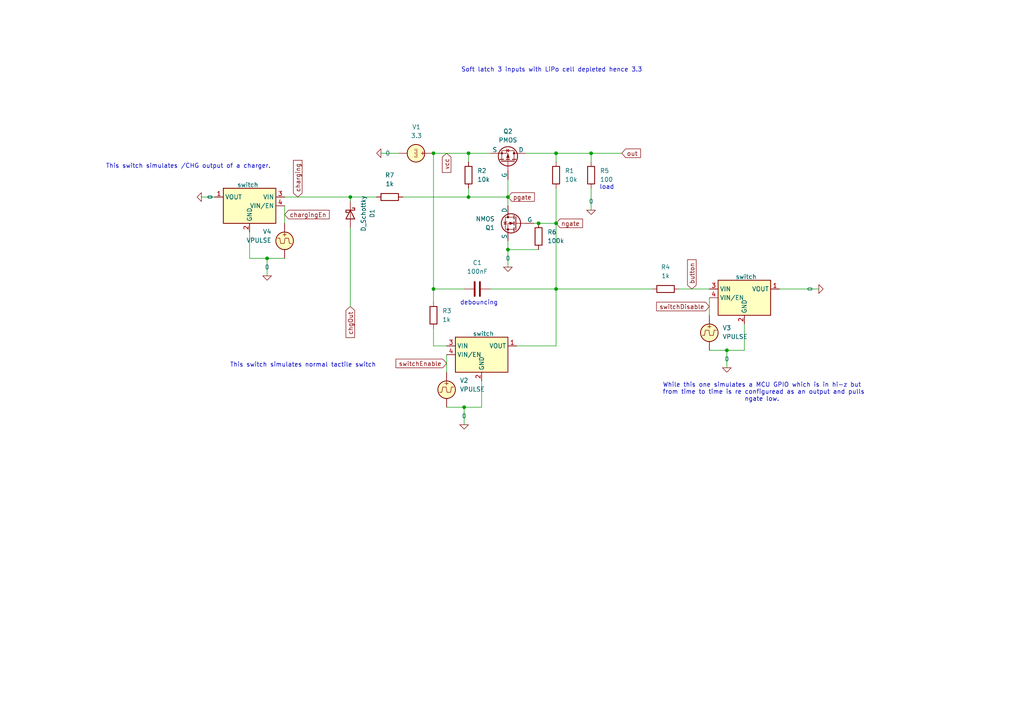
<source format=kicad_sch>
(kicad_sch (version 20230819) (generator eeschema)
  (paper "A4")
  (lib_symbols
    (symbol "Device:C" (pin_numbers hide) (pin_names (offset 0.254))
      (property "Reference" "C" (at 0.635 2.54 0))
      (property "Value" "C" (at 0.635 -2.54 0))
      (symbol "C_0_1"
        (polyline (pts (xy -2.032 -0.762) (xy 2.032 -0.762)) (stroke (width 0.508)))
        (polyline (pts (xy -2.032 0.762) (xy 2.032 0.762)) (stroke (width 0.508)))
      )
      (symbol "C_1_1"
        (pin passive line (at 0 3.81 270) (length 2.794) (name "~") (number "1"))
        (pin passive line (at 0 -3.81 90) (length 2.794) (name "~") (number "2"))
      )
    )
    (symbol "Device:D_Schottky" (pin_numbers hide) (pin_names (offset 1.016) hide)
      (property "Reference" "D" (at 0 2.54 0))
      (property "Value" "D_Schottky" (at 0 -2.54 0))
      (symbol "D_Schottky_0_1"
        (polyline (pts (xy 1.27 0) (xy -1.27 0)))
        (polyline (pts (xy 1.27 1.27) (xy 1.27 -1.27) (xy -1.27 0) (xy 1.27 1.27)) (stroke (width 0.254)))
        (polyline (pts (xy -1.905 0.635) (xy -1.905 1.27) (xy -1.27 1.27) (xy -1.27 -1.27) (xy -0.635 -1.27) (xy -0.635 -0.635)) (stroke (width 0.254)))
      )
      (symbol "D_Schottky_1_1"
        (pin passive line (at -3.81 0 0) (length 2.54) (name "K") (number "1"))
        (pin passive line (at 3.81 0 180) (length 2.54) (name "A") (number "2"))
      )
    )
    (symbol "Device:R" (pin_numbers hide) (pin_names (offset 0))
      (property "Reference" "R" (at 2.032 0 90))
      (property "Value" "R" (at 0 0 90))
      (symbol "R_0_1"
        (rectangle (start -1.016 -2.54) (end 1.016 2.54) (stroke (width 0.254)))
      )
      (symbol "R_1_1"
        (pin passive line (at 0 3.81 270) (length 1.27) (name "~") (number "1"))
        (pin passive line (at 0 -3.81 90) (length 1.27) (name "~") (number "2"))
      )
    )
    (symbol "Power_Management:RT9701"
      (property "Reference" "U" (at 0 6.35 0))
      (property "Value" "RT9701" (at 5.08 -6.35 0))
      (symbol "RT9701_0_1"
        (rectangle (start -7.62 5.08) (end 7.62 -5.08) (stroke (width 0.254)) (fill (type background)))
      )
      (symbol "RT9701_1_1"
        (pin power_out line (at 10.16 2.54 180) (length 2.54) (name "VOUT") (number "1"))
        (pin power_in line (at 0 -7.62 90) (length 2.54) (name "GND") (number "2"))
        (pin power_in line (at -10.16 2.54 0) (length 2.54) (name "VIN") (number "3"))
        (pin input line (at -10.16 0 0) (length 2.54) (name "VIN/EN") (number "4"))
        (pin passive line (at 10.16 2.54 180) (length 2.54) hide (name "VOUT") (number "5"))
      )
    )
    (symbol "Simulation_SPICE:0" (power) (pin_names (offset 0))
      (property "Value" "0" (at 0 -1.778 0))
      (symbol "0_0_1"
        (polyline (pts (xy -1.27 0) (xy 0 -1.27) (xy 1.27 0) (xy -1.27 0)))
      )
      (symbol "0_1_1"
        (pin power_in line (at 0 0 0) (length 0) hide (name "0") (number "1"))
      )
    )
    (symbol "Simulation_SPICE:NMOS" (pin_numbers hide) (pin_names (offset 0))
      (property "Reference" "Q" (at 5.08 1.27 0))
      (property "Value" "NMOS" (at 5.08 -1.27 0))
      (symbol "NMOS_0_1"
        (polyline (pts (xy 0.254 0) (xy -2.54 0)))
        (polyline (pts (xy 0.254 1.905) (xy 0.254 -1.905)) (stroke (width 0.254)))
        (polyline (pts (xy 0.762 -1.27) (xy 0.762 -2.286)) (stroke (width 0.254)))
        (polyline (pts (xy 0.762 0.508) (xy 0.762 -0.508)) (stroke (width 0.254)))
        (polyline (pts (xy 0.762 2.286) (xy 0.762 1.27)) (stroke (width 0.254)))
        (polyline (pts (xy 2.54 2.54) (xy 2.54 1.778)))
        (polyline (pts (xy 2.54 -2.54) (xy 2.54 0) (xy 0.762 0)))
        (polyline (pts (xy 0.762 -1.778) (xy 3.302 -1.778) (xy 3.302 1.778) (xy 0.762 1.778)))
        (polyline (pts (xy 1.016 0) (xy 2.032 0.381) (xy 2.032 -0.381) (xy 1.016 0)) (fill (type outline)))
        (polyline (pts (xy 2.794 0.508) (xy 2.921 0.381) (xy 3.683 0.381) (xy 3.81 0.254)))
        (polyline (pts (xy 3.302 0.381) (xy 2.921 -0.254) (xy 3.683 -0.254) (xy 3.302 0.381)))
        (circle (center 1.651 0) (radius 2.794) (stroke (width 0.254)))
        (circle (center 2.54 -1.778) (radius 0.254) (fill (type outline)))
        (circle (center 2.54 1.778) (radius 0.254) (fill (type outline)))
      )
      (symbol "NMOS_1_1"
        (pin passive line (at 2.54 5.08 270) (length 2.54) (name "D") (number "1"))
        (pin input line (at -5.08 0 0) (length 2.54) (name "G") (number "2"))
        (pin passive line (at 2.54 -5.08 90) (length 2.54) (name "S") (number "3"))
      )
    )
    (symbol "Simulation_SPICE:PMOS" (pin_numbers hide) (pin_names (offset 0))
      (property "Reference" "Q" (at 5.08 1.27 0))
      (property "Value" "PMOS" (at 5.08 -1.27 0))
      (symbol "PMOS_0_1"
        (polyline (pts (xy 0.254 0) (xy -2.54 0)))
        (polyline (pts (xy 0.254 1.905) (xy 0.254 -1.905)) (stroke (width 0.254)))
        (polyline (pts (xy 0.762 -1.27) (xy 0.762 -2.286)) (stroke (width 0.254)))
        (polyline (pts (xy 0.762 0.508) (xy 0.762 -0.508)) (stroke (width 0.254)))
        (polyline (pts (xy 0.762 2.286) (xy 0.762 1.27)) (stroke (width 0.254)))
        (polyline (pts (xy 2.54 2.54) (xy 2.54 1.778)))
        (polyline (pts (xy 2.54 -2.54) (xy 2.54 0) (xy 0.762 0)))
        (polyline (pts (xy 0.762 1.778) (xy 3.302 1.778) (xy 3.302 -1.778) (xy 0.762 -1.778)))
        (polyline (pts (xy 2.286 0) (xy 1.27 0.381) (xy 1.27 -0.381) (xy 2.286 0)) (fill (type outline)))
        (polyline (pts (xy 2.794 -0.508) (xy 2.921 -0.381) (xy 3.683 -0.381) (xy 3.81 -0.254)))
        (polyline (pts (xy 3.302 -0.381) (xy 2.921 0.254) (xy 3.683 0.254) (xy 3.302 -0.381)))
        (circle (center 1.651 0) (radius 2.794) (stroke (width 0.254)))
        (circle (center 2.54 -1.778) (radius 0.254) (fill (type outline)))
        (circle (center 2.54 1.778) (radius 0.254) (fill (type outline)))
      )
      (symbol "PMOS_1_1"
        (pin passive line (at 2.54 5.08 270) (length 2.54) (name "D") (number "1"))
        (pin input line (at -5.08 0 0) (length 2.54) (name "G") (number "2"))
        (pin passive line (at 2.54 -5.08 90) (length 2.54) (name "S") (number "3"))
      )
    )
    (symbol "Simulation_SPICE:VDC" (pin_numbers hide) (pin_names (offset 0.0254))
      (property "Reference" "V" (at 2.54 2.54 0))
      (property "Value" "1" (at 2.54 0 0))
      (symbol "VDC_0_0"
        (polyline (pts (xy -1.27 0.254) (xy 1.27 0.254)))
        (polyline (pts (xy -0.762 -0.254) (xy -1.27 -0.254)))
        (polyline (pts (xy 0.254 -0.254) (xy -0.254 -0.254)))
        (polyline (pts (xy 1.27 -0.254) (xy 0.762 -0.254)))
        (text "+" (at 0 1.905 0) (effects (font (size 1.27 1.27))))
      )
      (symbol "VDC_0_1"
        (circle (center 0 0) (radius 2.54) (stroke (width 0.254)) (fill (type background)))
      )
      (symbol "VDC_1_1"
        (pin passive line (at 0 5.08 270) (length 2.54) (name "~") (number "1"))
        (pin passive line (at 0 -5.08 90) (length 2.54) (name "~") (number "2"))
      )
    )
    (symbol "Simulation_SPICE:VPULSE" (pin_numbers hide) (pin_names (offset 0.0254))
      (property "Reference" "V" (at 2.54 2.54 0))
      (property "Value" "VPULSE" (at 2.54 0 0))
      (property "Sim.Params" "y1=0 y2=1 td=2n tr=2n tf=2n tw=50n per=100n" (at 2.54 -2.54 0))
      (symbol "VPULSE_0_0"
        (polyline (pts (xy -2.032 -0.762) (xy -1.397 -0.762) (xy -1.143 0.762) (xy -0.127 0.762) (xy 0.127 -0.762) (xy 1.143 -0.762) (xy 1.397 0.762) (xy 2.032 0.762)))
        (text "+" (at 0 1.905 0) (effects (font (size 1.27 1.27))))
      )
      (symbol "VPULSE_0_1"
        (circle (center 0 0) (radius 2.54) (stroke (width 0.254)) (fill (type background)))
      )
      (symbol "VPULSE_1_1"
        (pin passive line (at 0 5.08 270) (length 2.54) (name "~") (number "1"))
        (pin passive line (at 0 -5.08 90) (length 2.54) (name "~") (number "2"))
      )
    )
  )
  (junction (at 171.45 44.45))
  (junction (at 210.82 101.6))
  (junction (at 125.73 83.82))
  (junction (at 125.73 44.45))
  (junction (at 134.62 118.11))
  (junction (at 135.89 57.15))
  (junction (at 156.21 64.77))
  (junction (at 135.89 44.45))
  (junction (at 101.6 57.15))
  (junction (at 161.29 64.77))
  (junction (at 147.32 72.39))
  (junction (at 77.47 74.93))
  (junction (at 161.29 44.45))
  (junction (at 161.29 83.82))
  (junction (at 147.32 57.15))
  (wire (pts (xy 161.29 64.77) (xy 161.29 83.82)))
  (wire (pts (xy 72.39 74.93) (xy 72.39 67.31)))
  (wire (pts (xy 135.89 57.15) (xy 147.32 57.15)))
  (wire (pts (xy 125.73 100.33) (xy 129.54 100.33)))
  (wire (pts (xy 135.89 46.99) (xy 135.89 44.45)))
  (wire (pts (xy 156.21 64.77) (xy 161.29 64.77)))
  (wire (pts (xy 82.55 57.15) (xy 101.6 57.15)))
  (wire (pts (xy 82.55 74.93) (xy 77.47 74.93)))
  (wire (pts (xy 125.73 83.82) (xy 134.62 83.82)))
  (wire (pts (xy 147.32 72.39) (xy 156.21 72.39)))
  (wire (pts (xy 134.62 123.19) (xy 134.62 118.11)))
  (wire (pts (xy 161.29 44.45) (xy 171.45 44.45)))
  (wire (pts (xy 129.54 118.11) (xy 134.62 118.11)))
  (wire (pts (xy 125.73 44.45) (xy 125.73 83.82)))
  (wire (pts (xy 171.45 46.99) (xy 171.45 44.45)))
  (wire (pts (xy 171.45 54.61) (xy 171.45 60.96)))
  (wire (pts (xy 82.55 59.69) (xy 82.55 64.77)))
  (wire (pts (xy 161.29 100.33) (xy 149.86 100.33)))
  (wire (pts (xy 205.74 86.36) (xy 205.74 91.44)))
  (wire (pts (xy 196.85 83.82) (xy 205.74 83.82)))
  (wire (pts (xy 161.29 83.82) (xy 189.23 83.82)))
  (wire (pts (xy 147.32 52.07) (xy 147.32 57.15)))
  (wire (pts (xy 161.29 46.99) (xy 161.29 44.45)))
  (wire (pts (xy 147.32 77.47) (xy 147.32 72.39)))
  (wire (pts (xy 142.24 83.82) (xy 161.29 83.82)))
  (wire (pts (xy 237.49 83.82) (xy 226.06 83.82)))
  (wire (pts (xy 161.29 54.61) (xy 161.29 64.77)))
  (wire (pts (xy 154.94 64.77) (xy 156.21 64.77)))
  (wire (pts (xy 152.4 44.45) (xy 161.29 44.45)))
  (wire (pts (xy 110.49 44.45) (xy 115.57 44.45)))
  (wire (pts (xy 77.47 80.01) (xy 77.47 74.93)))
  (wire (pts (xy 205.74 101.6) (xy 210.82 101.6)))
  (wire (pts (xy 135.89 57.15) (xy 135.89 54.61)))
  (wire (pts (xy 210.82 106.68) (xy 210.82 101.6)))
  (wire (pts (xy 139.7 118.11) (xy 139.7 110.49)))
  (wire (pts (xy 101.6 88.9) (xy 101.6 66.04)))
  (wire (pts (xy 134.62 118.11) (xy 139.7 118.11)))
  (wire (pts (xy 125.73 83.82) (xy 125.73 87.63)))
  (wire (pts (xy 147.32 72.39) (xy 147.32 69.85)))
  (wire (pts (xy 161.29 83.82) (xy 161.29 100.33)))
  (wire (pts (xy 210.82 101.6) (xy 215.9 101.6)))
  (wire (pts (xy 116.84 57.15) (xy 135.89 57.15)))
  (wire (pts (xy 147.32 57.15) (xy 147.32 59.69)))
  (wire (pts (xy 125.73 44.45) (xy 135.89 44.45)))
  (wire (pts (xy 77.47 74.93) (xy 72.39 74.93)))
  (wire (pts (xy 101.6 58.42) (xy 101.6 57.15)))
  (wire (pts (xy 58.42 57.15) (xy 62.23 57.15)))
  (wire (pts (xy 135.89 44.45) (xy 142.24 44.45)))
  (wire (pts (xy 171.45 44.45) (xy 180.34 44.45)))
  (wire (pts (xy 101.6 57.15) (xy 109.22 57.15)))
  (wire (pts (xy 215.9 101.6) (xy 215.9 93.98)))
  (wire (pts (xy 125.73 95.25) (xy 125.73 100.33)))
  (wire (pts (xy 129.54 107.95) (xy 129.54 102.87)))
  (text "load" (at 176.022 54.356 0) (effects (font (size 1.27 1.27))))
  (text "debouncing" (at 138.938 87.884 0) (effects (font (size 1.27 1.27))))
  (text "Soft latch 3 inputs with LiPo cell depleted hence 3.3" (at 160.02 20.32 0) (effects (font (size 1.27 1.27))))
  (text "This switch simulates normal tactile switch" (at 87.884 105.918 0) (effects (font (size 1.27 1.27))))
  (text "While this one simulates a MCU GPIO which is in hi-z but \nfrom time to time is re configuread as an output and pulls\nngate low. " (at 221.488 113.792 0) (effects (font (size 1.27 1.27))))
  (text "This switch simulates /CHG output of a charger." (at 54.61 48.26 0) (effects (font (size 1.27 1.27))))
  (global_label "pgate" (shape input) (at 147.32 57.15 0) (property "Intersheetrefs" "${INTERSHEET_REFS}" (effects hide)))
  (global_label "vcc" (shape input) (at 129.54 44.45 270) (property "Intersheetrefs" "${INTERSHEET_REFS}" (effects hide)))
  (global_label "out" (shape input) (at 180.34 44.45 0) (property "Intersheetrefs" "${INTERSHEET_REFS}" (effects hide)))
  (global_label "button" (shape input) (at 200.66 83.82 90) (property "Intersheetrefs" "${INTERSHEET_REFS}" (effects hide)))
  (global_label "chargingEn" (shape input) (at 82.55 62.23 0) (property "Intersheetrefs" "${INTERSHEET_REFS}" (effects hide)))
  (global_label "chgOut" (shape input) (at 101.6 88.9 270) (property "Intersheetrefs" "${INTERSHEET_REFS}" (effects hide)))
  (global_label "ngate" (shape input) (at 161.29 64.77 0) (property "Intersheetrefs" "${INTERSHEET_REFS}" (effects hide)))
  (global_label "switchEnable" (shape input) (at 129.54 105.41 180) (property "Intersheetrefs" "${INTERSHEET_REFS}" (effects hide)))
  (global_label "charging" (shape input) (at 86.36 57.15 90) (property "Intersheetrefs" "${INTERSHEET_REFS}" (effects hide)))
  (global_label "switchDisable" (shape input) (at 205.74 88.9 180) (property "Intersheetrefs" "${INTERSHEET_REFS}" (effects hide)))
  (symbol (lib_id "Simulation_SPICE:NMOS") (at 149.86 64.77 0) (mirror y) (unit 1)
    (property "Reference" "Q1" (at 143.51 66.0401 0) (effects (justify left)))
    (property "Value" "NMOS" (at 143.51 63.5001 0) (effects (justify left)))
    (property "Datasheet" "https://ngspice.sourceforge.io/docs/ngspice-manual.pdf" (effects hide))
    (property "Description" "N-MOSFET transistor, drain/source/gate" (effects hide))
    (property "Sim.Device" "NMOS" (effects hide))
    (property "Sim.Type" "VDMOS" (effects hide))
    (property "Sim.Pins" "1=D 2=G 3=S" (effects hide))
  )
  (symbol (lib_id "Device:R") (at 171.45 50.8 0) (unit 1)
    (property "Reference" "R5" (at 173.99 49.5299 0) (effects (justify left)))
    (property "Value" "100" (at 173.99 52.0699 0) (effects (justify left)))
    (property "Description" "Resistor" (effects hide))
  )
  (symbol (lib_id "Simulation_SPICE:0") (at 110.49 44.45 270) (unit 1)
    (property "Reference" "#GND01" (effects hide))
    (property "Value" "0" (at 111.76 44.4499 90) (effects (justify left)))
    (property "Description" "0V reference potential for simulation" (effects hide))
  )
  (symbol (lib_id "Power_Management:RT9701") (at 72.39 59.69 0) (mirror y) (unit 1)
    (property "Reference" "U3" (effects hide))
    (property "Value" "switch" (at 71.882 53.594 0))
    (property "Sim.Device" "SW" (effects hide))
    (property "Sim.Type" "V" (effects hide))
    (property "Sim.Pins" "1=no- 2=ctrl- 3=no+ 4=ctrl+" (effects hide))
    (property "Sim.Params" "thr=1 his=0 ron=1 roff=1e+12 ic=off" (effects hide))
  )
  (symbol (lib_id "Device:R") (at 161.29 50.8 0) (unit 1)
    (property "Reference" "R1" (at 163.83 49.5299 0) (effects (justify left)))
    (property "Value" "10k" (at 163.83 52.0699 0) (effects (justify left)))
    (property "Description" "Resistor" (effects hide))
  )
  (symbol (lib_id "Simulation_SPICE:0") (at 171.45 60.96 0) (unit 1)
    (property "Reference" "#GND05" (effects hide))
    (property "Value" "0" (at 171.45 58.42 0))
    (property "Description" "0V reference potential for simulation" (effects hide))
  )
  (symbol (lib_id "Power_Management:RT9701") (at 215.9 86.36 0) (unit 1)
    (property "Reference" "U2" (effects hide))
    (property "Value" "switch" (at 216.408 80.264 0))
    (property "Sim.Device" "SW" (effects hide))
    (property "Sim.Type" "V" (effects hide))
    (property "Sim.Pins" "1=no- 2=ctrl- 3=no+ 4=ctrl+" (effects hide))
    (property "Sim.Params" "thr=1 his=0 ron=1 roff=1e+12 ic=off" (effects hide))
  )
  (symbol (lib_id "Simulation_SPICE:0") (at 58.42 57.15 270) (mirror x) (unit 1)
    (property "Reference" "#GND09" (effects hide))
    (property "Value" "0" (at 60.96 57.15 0))
    (property "Description" "0V reference potential for simulation" (effects hide))
  )
  (symbol (lib_id "Simulation_SPICE:VDC") (at 120.65 44.45 270) (unit 1)
    (property "Reference" "V1" (at 120.7798 36.83 90))
    (property "Value" "3.3" (at 120.7798 39.37 90))
    (property "Description" "Voltage source, DC" (effects hide))
    (property "Sim.Pins" "1=+ 2=-" (effects hide))
    (property "Sim.Type" "DC" (effects hide))
    (property "Sim.Device" "V" (effects hide))
  )
  (symbol (lib_id "Simulation_SPICE:VPULSE") (at 82.55 69.85 0) (mirror y) (unit 1)
    (property "Reference" "V4" (at 78.74 67.1801 0) (effects (justify left)))
    (property "Value" "VPULSE" (at 78.74 69.7201 0) (effects (justify left)))
    (property "Description" "Voltage source, pulse" (effects hide))
    (property "Sim.Pins" "1=+ 2=-" (effects hide))
    (property "Sim.Type" "PULSE" (effects hide))
    (property "Sim.Device" "V" (effects hide))
    (property "Sim.Params" "y1=0 y2=3.3 td=3s tr=2ms tf=2ms tw=100ms per=4s" (effects hide))
  )
  (symbol (lib_id "Simulation_SPICE:0") (at 134.62 123.19 0) (unit 1)
    (property "Reference" "#GND04" (effects hide))
    (property "Value" "0" (at 134.62 120.65 0))
    (property "Description" "0V reference potential for simulation" (effects hide))
  )
  (symbol (lib_id "Simulation_SPICE:0") (at 210.82 106.68 0) (unit 1)
    (property "Reference" "#GND06" (effects hide))
    (property "Value" "0" (at 210.82 104.14 0))
    (property "Description" "0V reference potential for simulation" (effects hide))
  )
  (symbol (lib_id "Simulation_SPICE:0") (at 147.32 77.47 0) (unit 1)
    (property "Reference" "#GND02" (effects hide))
    (property "Value" "0" (at 147.32 74.93 0))
    (property "Description" "0V reference potential for simulation" (effects hide))
  )
  (symbol (lib_id "Simulation_SPICE:VPULSE") (at 205.74 96.52 0) (unit 1)
    (property "Reference" "V3" (at 209.55 95.1201 0) (effects (justify left)))
    (property "Value" "VPULSE" (at 209.55 97.6601 0) (effects (justify left)))
    (property "Description" "Voltage source, pulse" (effects hide))
    (property "Sim.Pins" "1=+ 2=-" (effects hide))
    (property "Sim.Type" "PULSE" (effects hide))
    (property "Sim.Device" "V" (effects hide))
    (property "Sim.Params" "y1=0 y2=3.3 td=2s tr=2ms tf=2ms tw=100ms per=2s" (effects hide))
  )
  (symbol (lib_id "Device:R") (at 156.21 68.58 0) (unit 1)
    (property "Reference" "R6" (at 158.75 67.3099 0) (effects (justify left)))
    (property "Value" "100k" (at 158.75 69.8499 0) (effects (justify left)))
    (property "Description" "Resistor" (effects hide))
  )
  (symbol (lib_id "Device:R") (at 125.73 91.44 0) (unit 1)
    (property "Reference" "R3" (at 128.27 90.1699 0) (effects (justify left)))
    (property "Value" "1k" (at 128.27 92.7099 0) (effects (justify left)))
    (property "Description" "Resistor" (effects hide))
  )
  (symbol (lib_id "Power_Management:RT9701") (at 139.7 102.87 0) (unit 1)
    (property "Reference" "U1" (effects hide))
    (property "Value" "switch" (at 140.208 96.774 0))
    (property "Sim.Device" "SW" (effects hide))
    (property "Sim.Type" "V" (effects hide))
    (property "Sim.Pins" "1=no- 2=ctrl- 3=no+ 4=ctrl+" (effects hide))
    (property "Sim.Params" "thr=1 his=0 ron=1 roff=1e+12 ic=off" (effects hide))
  )
  (symbol (lib_id "Device:R") (at 193.04 83.82 90) (unit 1)
    (property "Reference" "R4" (at 193.04 77.47 90))
    (property "Value" "1k" (at 193.04 80.01 90))
    (property "Description" "Resistor" (effects hide))
  )
  (symbol (lib_id "Simulation_SPICE:0") (at 237.49 83.82 90) (unit 1)
    (property "Reference" "#GND03" (effects hide))
    (property "Value" "0" (at 234.95 83.82 0))
    (property "Description" "0V reference potential for simulation" (effects hide))
  )
  (symbol (lib_id "Device:R") (at 113.03 57.15 90) (unit 1)
    (property "Reference" "R7" (at 113.03 50.8 90))
    (property "Value" "1k" (at 113.03 53.34 90))
    (property "Description" "Resistor" (effects hide))
  )
  (symbol (lib_id "Simulation_SPICE:0") (at 77.47 80.01 0) (mirror y) (unit 1)
    (property "Reference" "#GND08" (effects hide))
    (property "Value" "0" (at 77.47 77.47 0))
    (property "Description" "0V reference potential for simulation" (effects hide))
  )
  (symbol (lib_id "Device:C") (at 138.43 83.82 90) (unit 1)
    (property "Reference" "C1" (at 138.43 76.2 90))
    (property "Value" "100nF" (at 138.43 78.74 90))
    (property "Description" "Unpolarized capacitor" (effects hide))
  )
  (symbol (lib_id "Device:D_Schottky") (at 101.6 62.23 270) (unit 1)
    (property "Reference" "D1" (at 107.95 61.9125 0))
    (property "Value" "D_Schottky" (at 105.41 61.9125 0))
    (property "Description" "Schottky diode" (effects hide))
    (property "Sim.Library" "1N5817.spice" (effects hide))
    (property "Sim.Name" "1N5817" (effects hide))
    (property "Sim.Device" "D" (effects hide))
    (property "Sim.Pins" "1=K 2=A" (effects hide))
  )
  (symbol (lib_id "Device:R") (at 135.89 50.8 0) (unit 1)
    (property "Reference" "R2" (at 138.43 49.5299 0) (effects (justify left)))
    (property "Value" "10k" (at 138.43 52.0699 0) (effects (justify left)))
    (property "Description" "Resistor" (effects hide))
  )
  (symbol (lib_id "Simulation_SPICE:VPULSE") (at 129.54 113.03 0) (unit 1)
    (property "Reference" "V2" (at 133.35 110.3601 0) (effects (justify left)))
    (property "Value" "VPULSE" (at 133.35 112.9001 0) (effects (justify left)))
    (property "Description" "Voltage source, pulse" (effects hide))
    (property "Sim.Pins" "1=+ 2=-" (effects hide))
    (property "Sim.Type" "PULSE" (effects hide))
    (property "Sim.Device" "V" (effects hide))
    (property "Sim.Params" "y1=0 y2=3.3 td=1s tr=2ms tf=2ms tw=100ms per=4s" (effects hide))
  )
  (symbol (lib_id "Simulation_SPICE:PMOS") (at 147.32 46.99 270) (mirror x) (unit 1)
    (property "Reference" "Q2" (at 147.32 38.1 90))
    (property "Value" "PMOS" (at 147.32 40.64 90))
    (property "Datasheet" "https://ngspice.sourceforge.io/docs/ngspice-manual.pdf" (effects hide))
    (property "Description" "P-MOSFET transistor, drain/source/gate" (effects hide))
    (property "Sim.Device" "PMOS" (effects hide))
    (property "Sim.Type" "VDMOS" (effects hide))
    (property "Sim.Pins" "1=D 2=G 3=S" (effects hide))
  )
)
</source>
